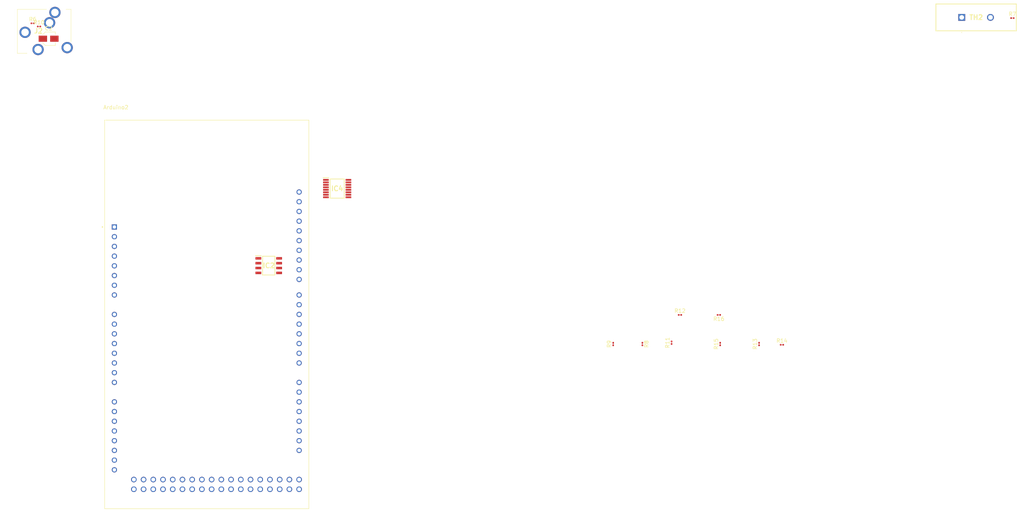
<source format=kicad_pcb>
(kicad_pcb (version 20221018) (generator pcbnew)
  (layers (0 "F.Cu" signal) (31 "B.Cu" signal) (34 "B.Paste" user) (35 "F.Paste" user) (36 "B.SilkS" user "B.Silkscreen") (37 "F.SilkS" user "F.Silkscreen") (38 "B.Mask" user) (39 "F.Mask" user) (44 "Edge.Cuts" user))
  (net 0 "")
  (net 1 "0")
  (net 2 "Net-(IC2-+IN_A)")
  (net 3 "Net-(IC4-S4)")
  (net 4 "Net-(IC4-S7)")
  (net 5 "Net-(IC4-S2)")
  (net 12 "Net-(Arduino2-+5V_1)")
  (net 13 "Net-(IC2-OUT_A)")
  (net 16 "Net-(Arduino2-ADC0)")
  (net 17 "Net-(Arduino2-ADC1)")
  (net 18 "Net-(Arduino2-ADC2)")
  (net 70 "Net-(Arduino2-D19{slash}RX1)")
  (net 71 "Net-(Arduino2-D18{slash}TX1)")
  (net 78 "Net-(Arduino2-D2)")
  (net 81 "Net-(Arduino2-D8)")
  (net 91 "Net-(C2-Pad2)")
  (footprint "Resistor_SMD:R_0201_0603Metric" (layer "F.Cu") (at 175.26 106.68 90)
    (fp_text reference "R9" (at 0 -1.05 90) (layer "F.SilkS"))
    (fp_text value "270kohm")
    (pad "1" smd roundrect locked (at -0.32 0 90) (size 0.46 0.4) (layers "F.Cu" "F.Mask") (net 1 "0"))
    (pad "2" smd roundrect locked (at 0.32 0 90) (size 0.46 0.4) (layers "F.Cu" "F.Mask") (net 2 "Net-(IC2-+IN_A)"))
  )
  (footprint "Resistor_SMD:R_0201_0603Metric" (layer "F.Cu") (at 219.33 106.875)
    (fp_text reference "R14" (at 0 -1.05) (layer "F.SilkS"))
    (fp_text value "910Kohm")
    (pad "1" smd roundrect locked (at -0.32 0) (size 0.46 0.4) (layers "F.Cu" "F.Mask") (net 3 "Net-(IC4-S4)"))
    (pad "2" smd roundrect locked (at 0.32 0) (size 0.46 0.4) (layers "F.Cu" "F.Mask"))
  )
  (footprint "Resistor_SMD:R_0201_0603Metric" (layer "F.Cu") (at 25.27 23.65)
    (fp_text reference "R10" (at 0 -1.05) (layer "F.SilkS"))
    (fp_text value "10kohm")
    (pad "1" smd roundrect (at -0.32 0) (size 0.46 0.4) (layers "F.Cu" "F.Mask") (net 91 "Net-(C2-Pad2)"))
    (pad "2" smd roundrect (at 0.32 0) (size 0.46 0.4) (layers "F.Cu" "F.Mask") (net 13 "Net-(IC2-OUT_A)"))
  )
  (footprint "Resistor_SMD:R_0201_0603Metric" (layer "F.Cu") (at 203.2 106.68 90)
    (fp_text reference "R15" (at 0 -1.05 90) (layer "F.SilkS"))
    (fp_text value "300kohm")
    (pad "1" smd roundrect locked (at -0.32 0 90) (size 0.46 0.4) (layers "F.Cu" "F.Mask") (net 1 "0"))
    (pad "2" smd roundrect locked (at 0.32 0 90) (size 0.46 0.4) (layers "F.Cu" "F.Mask") (net 4 "Net-(IC4-S7)"))
  )
  (footprint "Tmux4051:SOP65P640X120-16N" (layer "F.Cu") (at 103.15 66.03)
    (fp_text reference "IC4" (at 0 0) (layer "F.SilkS") (effects (font (size 1.27 1.27) (thickness 0.254))))
    (fp_text value "TMUX4051PWR" hide)
    (fp_line (start -3.675 -2.85) (end -2.2 -2.85) (stroke (width 0.2)) (layer "F.SilkS"))
    (fp_line (start -1.85 -2.5) (end 1.85 -2.5) (stroke (width 0.2)) (layer "F.SilkS"))
    (fp_line (start -1.85 2.5) (end -1.85 -2.5) (stroke (width 0.2)) (layer "F.SilkS"))
    (fp_line (start 1.85 -2.5) (end 1.85 2.5) (stroke (width 0.2)) (layer "F.SilkS"))
    (fp_line (start 1.85 2.5) (end -1.85 2.5) (stroke (width 0.2)) (layer "F.SilkS"))
    (pad "1" smd rect (at -2.938 -2.275 90) (size 0.45 1.475) (layers "F.Cu" "F.Paste" "F.Mask") (net 3 "Net-(IC4-S4)"))
    (pad "2" smd rect (at -2.938 -1.625 90) (size 0.45 1.475) (layers "F.Cu" "F.Paste" "F.Mask"))
    (pad "3" smd rect (at -2.938 -0.975 90) (size 0.45 1.475) (layers "F.Cu" "F.Paste" "F.Mask") (net 1 "0"))
    (pad "4" smd rect (at -2.938 -0.325 90) (size 0.45 1.475) (layers "F.Cu" "F.Paste" "F.Mask") (net 4 "Net-(IC4-S7)"))
    (pad "5" smd rect (at -2.938 0.325 90) (size 0.45 1.475) (layers "F.Cu" "F.Paste" "F.Mask"))
    (pad "6" smd rect (at -2.938 0.975 90) (size 0.45 1.475) (layers "F.Cu" "F.Paste" "F.Mask") (net 78 "Net-(Arduino2-D2)"))
    (pad "7" smd rect (at -2.938 1.625 90) (size 0.45 1.475) (layers "F.Cu" "F.Paste" "F.Mask"))
    (pad "8" smd rect (at -2.938 2.275 90) (size 0.45 1.475) (layers "F.Cu" "F.Paste" "F.Mask") (net 13 "Net-(IC2-OUT_A)"))
    (pad "9" smd rect (at 2.938 2.275 90) (size 0.45 1.475) (layers "F.Cu" "F.Paste" "F.Mask") (net 81 "Net-(Arduino2-D8)"))
    (pad "10" smd rect (at 2.938 1.625 90) (size 0.45 1.475) (layers "F.Cu" "F.Paste" "F.Mask") (net 71 "Net-(Arduino2-D18{slash}TX1)"))
    (pad "11" smd rect (at 2.938 0.975 90) (size 0.45 1.475) (layers "F.Cu" "F.Paste" "F.Mask") (net 70 "Net-(Arduino2-D19{slash}RX1)"))
    (pad "12" smd rect (at 2.938 0.325 90) (size 0.45 1.475) (layers "F.Cu" "F.Paste" "F.Mask"))
    (pad "13" smd rect (at 2.938 -0.325 90) (size 0.45 1.475) (layers "F.Cu" "F.Paste" "F.Mask"))
    (pad "14" smd rect (at 2.938 -0.975 90) (size 0.45 1.475) (layers "F.Cu" "F.Paste" "F.Mask"))
    (pad "15" smd rect (at 2.938 -1.625 90) (size 0.45 1.475) (layers "F.Cu" "F.Paste" "F.Mask") (net 5 "Net-(IC4-S2)"))
    (pad "16" smd rect (at 2.938 -2.275 90) (size 0.45 1.475) (layers "F.Cu" "F.Paste" "F.Mask") (net 13 "Net-(IC2-OUT_A)"))
  )
  (footprint "JACK:35RAPC4BH3" (layer "F.Cu") (at 21.625 25.175)
    (fp_text reference "J2" (at 3.489 -0.35) (layer "F.SilkS") (effects (font (size 1.27 1.27) (thickness 0.254))))
    (fp_text value "35RAPC4BH3" hide)
    (fp_line (start -2 -6) (end -2 5.5) (stroke (width 0.1)) (layer "F.SilkS"))
    (fp_line (start -2 5.5) (end 0.54 5.5) (stroke (width 0.1)) (layer "F.SilkS"))
    (fp_line (start 5.62 -6) (end -2 -6) (stroke (width 0.1)) (layer "F.SilkS"))
    (fp_line (start 12 -6) (end 10.7 -6) (stroke (width 0.1)) (layer "F.SilkS"))
    (fp_line (start 12 2.5) (end 12 -6) (stroke (width 0.1)) (layer "F.SilkS"))
    (pad "1" thru_hole circle (at 0 0) (size 2.955 2.955) (drill 1.9698) (layers "*.Cu" "*.Mask") (net 17 "Net-(Arduino2-ADC1)"))
    (pad "2" thru_hole circle (at 7.8 -5.2) (size 2.955 2.955) (drill 1.9698) (layers "*.Cu" "*.Mask") (net 13 "Net-(IC2-OUT_A)"))
    (pad "3" thru_hole circle (at 6.4 -2.5) (size 2.955 2.955) (drill 1.9698) (layers "*.Cu" "*.Mask"))
    (pad "4" thru_hole circle (at 11 4) (size 2.955 2.955) (drill 1.9698) (layers "*.Cu" "*.Mask"))
    (pad "5" thru_hole circle (at 3.4 4.5) (size 2.955 2.955) (drill 1.9698) (layers "*.Cu" "*.Mask") (net 91 "Net-(C2-Pad2)"))
  )
  (footprint "OPA182:SOIC127P600X175-8N" (layer "F.Cu") (at 85.275 86.175)
    (fp_text reference "IC2" (at 0 0) (layer "F.SilkS") (effects (font (size 1.27 1.27) (thickness 0.254))))
    (fp_text value "OPA182IDR" hide)
    (fp_line (start -3.475 -2.58) (end -1.948 -2.58) (stroke (width 0.2)) (layer "F.SilkS"))
    (fp_line (start -1.598 -2.452) (end 1.598 -2.452) (stroke (width 0.2)) (layer "F.SilkS"))
    (fp_line (start -1.598 2.452) (end -1.598 -2.452) (stroke (width 0.2)) (layer "F.SilkS"))
    (fp_line (start 1.598 -2.452) (end 1.598 2.452) (stroke (width 0.2)) (layer "F.SilkS"))
    (fp_line (start 1.598 2.452) (end -1.598 2.452) (stroke (width 0.2)) (layer "F.SilkS"))
    (pad "1" smd rect (at -2.711 -1.905 90) (size 0.65 1.528) (layers "F.Cu" "F.Paste" "F.Mask") (net 13 "Net-(IC2-OUT_A)"))
    (pad "2" smd rect (at -2.711 -0.635 90) (size 0.65 1.528) (layers "F.Cu" "F.Paste" "F.Mask") (net 18 "Net-(Arduino2-ADC2)"))
    (pad "3" smd rect (at -2.711 0.635 90) (size 0.65 1.528) (layers "F.Cu" "F.Paste" "F.Mask") (net 2 "Net-(IC2-+IN_A)"))
    (pad "4" smd rect (at -2.711 1.905 90) (size 0.65 1.528) (layers "F.Cu" "F.Paste" "F.Mask"))
    (pad "5" smd rect (at 2.711 1.905 90) (size 0.65 1.528) (layers "F.Cu" "F.Paste" "F.Mask"))
    (pad "6" smd rect (at 2.711 0.635 90) (size 0.65 1.528) (layers "F.Cu" "F.Paste" "F.Mask") (net 18 "Net-(Arduino2-ADC2)"))
    (pad "7" smd rect (at 2.711 -0.635 90) (size 0.65 1.528) (layers "F.Cu" "F.Paste" "F.Mask"))
    (pad "8" smd rect (at 2.711 -1.905 90) (size 0.65 1.528) (layers "F.Cu" "F.Paste" "F.Mask") (net 12 "Net-(Arduino2-+5V_1)"))
  )
  (footprint "Resistor_SMD:R_0201_0603Metric" (layer "F.Cu") (at 279.53 21.45)
    (fp_text reference "R7" (at 0 -1.05) (layer "F.SilkS"))
    (fp_text value "10kohm")
    (pad "1" smd roundrect (at -0.32 0) (size 0.46 0.4) (layers "F.Cu" "F.Mask") (net 16 "Net-(Arduino2-ADC0)"))
    (pad "2" smd roundrect (at 0.32 0) (size 0.46 0.4) (layers "F.Cu" "F.Mask") (net 13 "Net-(IC2-OUT_A)"))
  )
  (footprint "Resistor_SMD:R_0201_0603Metric" (layer "F.Cu") (at 202.855 99.06 180)
    (fp_text reference "R16" (at 0 -1.05) (layer "F.SilkS"))
    (fp_text value "910 kohms")
    (pad "1" smd roundrect locked (at -0.32 0 180) (size 0.46 0.4) (layers "F.Cu" "F.Mask") (net 4 "Net-(IC4-S7)"))
    (pad "2" smd roundrect locked (at 0.32 0 180) (size 0.46 0.4) (layers "F.Cu" "F.Mask"))
  )
  (footprint "Resistor_SMD:R_0201_0603Metric" (layer "F.Cu") (at 190.5 106.335 90)
    (fp_text reference "R11" (at 0 -1.05 90) (layer "F.SilkS"))
    (fp_text value "910Kohm")
    (pad "1" smd roundrect locked (at -0.32 0 90) (size 0.46 0.4) (layers "F.Cu" "F.Mask") (net 1 "0"))
    (pad "2" smd roundrect locked (at 0.32 0 90) (size 0.46 0.4) (layers "F.Cu" "F.Mask") (net 5 "Net-(IC4-S2)"))
  )
  (footprint "Resistor_SMD:R_0201_0603Metric" (layer "F.Cu") (at 182.88 106.68 -90)
    (fp_text reference "R8" (at 0 -1.05 90) (layer "F.SilkS"))
    (fp_text value "910kohm")
    (pad "1" smd roundrect locked (at -0.32 0 270) (size 0.46 0.4) (layers "F.Cu" "F.Mask") (net 2 "Net-(IC2-+IN_A)"))
    (pad "2" smd roundrect locked (at 0.32 0 270) (size 0.46 0.4) (layers "F.Cu" "F.Mask") (net 1 "0"))
  )
  (footprint "thermistor ntc:B57364S0300M000" (layer "F.Cu") (at 266.3 21.275)
    (fp_text reference "TH2" (at 3.75 0) (layer "F.SilkS") (effects (font (size 1.27 1.27) (thickness 0.254))))
    (fp_text value "Thermistor_NTC" hide)
    (fp_line (start -6.75 -3.5) (end -6.75 3.5) (stroke (width 0.2)) (layer "F.SilkS"))
    (fp_line (start -6.75 3.5) (end 14.25 3.5) (stroke (width 0.2)) (layer "F.SilkS"))
    (fp_line (start 0 3.9) (end 0 3.9) (stroke (width 0.1)) (layer "F.SilkS"))
    (fp_line (start 0 4) (end 0 4) (stroke (width 0.1)) (layer "F.SilkS"))
    (fp_line (start 14.25 -3.5) (end -6.75 -3.5) (stroke (width 0.2)) (layer "F.SilkS"))
    (fp_line (start 14.25 3.5) (end 14.25 -3.5) (stroke (width 0.2)) (layer "F.SilkS"))
    (fp_arc (start 0 3.9) (mid 0.05 3.95) (end 0 4) (stroke (width 0.1)) (layer "F.SilkS"))
    (fp_arc (start 0 4) (mid -0.05 3.95) (end 0 3.9) (stroke (width 0.1)) (layer "F.SilkS"))
    (pad "1" thru_hole rect (at 0 0) (size 1.8 1.8) (drill 1.2) (layers "*.Cu" "*.Mask") (net 16 "Net-(Arduino2-ADC0)"))
    (pad "2" thru_hole circle (at 7.5 0) (size 1.8 1.8) (drill 1.2) (layers "*.Cu" "*.Mask") (net 12 "Net-(Arduino2-+5V_1)"))
  )
  (footprint "Resistor_SMD:R_0201_0603Metric" (layer "F.Cu") (at 192.695 99.06)
    (fp_text reference "R12" (at 0 -1.05) (layer "F.SilkS"))
    (fp_text value "910Kohm")
    (pad "1" smd roundrect locked (at -0.32 0) (size 0.46 0.4) (layers "F.Cu" "F.Mask") (net 5 "Net-(IC4-S2)"))
    (pad "2" smd roundrect locked (at 0.32 0) (size 0.46 0.4) (layers "F.Cu" "F.Mask"))
  )
  (footprint "Resistor_SMD:R_0201_0603Metric" (layer "F.Cu") (at 213.36 106.68 90)
    (fp_text reference "R13" (at 0 -1.05 90) (layer "F.SilkS"))
    (fp_text value "450kohm")
    (pad "1" smd roundrect locked (at -0.32 0 90) (size 0.46 0.4) (layers "F.Cu" "F.Mask") (net 1 "0"))
    (pad "2" smd roundrect locked (at 0.32 0 90) (size 0.46 0.4) (layers "F.Cu" "F.Mask") (net 3 "Net-(IC4-S4)"))
  )
  (footprint "A000062 (2):MODULE_A000062" (layer "F.Cu") (at 69.085 98.935)
    (fp_text reference "Arduino2" (at -23.745 -54.135) (layer "F.SilkS"))
    (fp_text value "DUE")
    (fp_line (start -26.67 -50.8) (end 26.67 -50.8) (stroke (width 0.127)) (layer "F.SilkS"))
    (fp_line (start -26.67 50.8) (end -26.67 -50.8) (stroke (width 0.127)) (layer "F.SilkS"))
    (fp_line (start 26.67 -50.8) (end 26.67 50.8) (stroke (width 0.127)) (layer "F.SilkS"))
    (fp_line (start 26.67 50.8) (end -26.67 50.8) (stroke (width 0.127)) (layer "F.SilkS"))
    (fp_circle (center -27.25 -22.86) (end -27.15 -22.86) (stroke (width 0.2)) (fill none) (layer "F.SilkS"))
    (pad "" np_thru_hole circle (at -24.13 -36.83) (size 3.2 3.2) (drill 3.2) (layers "*.Cu" "*.Mask"))
    (pad "" np_thru_hole circle (at -24.13 45.72) (size 3.2 3.2) (drill 3.2) (layers "*.Cu" "*.Mask"))
    (pad "" np_thru_hole circle (at -19.05 15.24) (size 3.2 3.2) (drill 3.2) (layers "*.Cu" "*.Mask"))
    (pad "" np_thru_hole circle (at 8.89 15.24) (size 3.2 3.2) (drill 3.2) (layers "*.Cu" "*.Mask"))
    (pad "" np_thru_hole circle (at 24.13 -35.56) (size 3.2 3.2) (drill 3.2) (layers "*.Cu" "*.Mask"))
    (pad "" np_thru_hole circle (at 24.13 39.37) (size 3.2 3.2) (drill 3.2) (layers "*.Cu" "*.Mask"))
    (pad "0" thru_hole circle (at 24.13 12.7) (size 1.358 1.358) (drill 0.85) (layers "*.Cu" "*.Mask"))
    (pad "1" thru_hole circle (at 24.13 10.16) (size 1.358 1.358) (drill 0.85) (layers "*.Cu" "*.Mask"))
    (pad "2" thru_hole circle (at 24.13 7.62) (size 1.358 1.358) (drill 0.85) (layers "*.Cu" "*.Mask") (net 78 "Net-(Arduino2-D2)"))
    (pad "3" thru_hole circle (at 24.13 5.08) (size 1.358 1.358) (drill 0.85) (layers "*.Cu" "*.Mask") (net 1 "0"))
    (pad "3V3" thru_hole circle (at -24.13 -15.24) (size 1.358 1.358) (drill 0.85) (layers "*.Cu" "*.Mask"))
    (pad "4" thru_hole circle (at 24.13 2.54) (size 1.358 1.358) (drill 0.85) (layers "*.Cu" "*.Mask") (net 70 "Net-(Arduino2-D19{slash}RX1)"))
    (pad "5" thru_hole circle (at 24.13 0) (size 1.358 1.358) (drill 0.85) (layers "*.Cu" "*.Mask"))
    (pad "5V_1" thru_hole circle (at -24.13 -12.7) (size 1.358 1.358) (drill 0.85) (layers "*.Cu" "*.Mask") (net 12 "Net-(Arduino2-+5V_1)"))
    (pad "5V_2" thru_hole circle (at 24.13 43.18) (size 1.458 1.458) (drill 0.95) (layers "*.Cu" "*.Mask"))
    (pad "5V_3" thru_hole circle (at 24.13 45.72) (size 1.458 1.458) (drill 0.95) (layers "*.Cu" "*.Mask"))
    (pad "6" thru_hole circle (at 24.13 -2.54) (size 1.358 1.358) (drill 0.85) (layers "*.Cu" "*.Mask"))
    (pad "7" thru_hole circle (at 24.13 -5.08) (size 1.358 1.358) (drill 0.85) (layers "*.Cu" "*.Mask") (net 71 "Net-(Arduino2-D18{slash}TX1)"))
    (pad "8" thru_hole circle (at 24.13 -9.144) (size 1.358 1.358) (drill 0.85) (layers "*.Cu" "*.Mask") (net 81 "Net-(Arduino2-D8)"))
    (pad "9" thru_hole circle (at 24.13 -11.684) (size 1.358 1.358) (drill 0.85) (layers "*.Cu" "*.Mask"))
    (pad "10" thru_hole circle (at 24.13 -14.224) (size 1.358 1.358) (drill 0.85) (layers "*.Cu" "*.Mask"))
    (pad "11" thru_hole circle (at 24.13 -16.764) (size 1.358 1.358) (drill 0.85) (layers "*.Cu" "*.Mask"))
    (pad "12" thru_hole circle (at 24.13 -19.304) (size 1.358 1.358) (drill 0.85) (layers "*.Cu" "*.Mask"))
    (pad "13" thru_hole circle (at 24.13 -21.844) (size 1.358 1.358) (drill 0.85) (layers "*.Cu" "*.Mask"))
    (pad "14" thru_hole circle (at 24.13 17.78) (size 1.358 1.358) (drill 0.85) (layers "*.Cu" "*.Mask"))
    (pad "15" thru_hole circle (at 24.13 20.32) (size 1.358 1.358) (drill 0.85) (layers "*.Cu" "*.Mask"))
    (pad "16" thru_hole circle (at 24.13 22.86) (size 1.358 1.358) (drill 0.85) (layers "*.Cu" "*.Mask"))
    (pad "17" thru_hole circle (at 24.13 25.4) (size 1.358 1.358) (drill 0.85) (layers "*.Cu" "*.Mask"))
    (pad "18" thru_hole circle (at 24.13 27.94) (size 1.358 1.358) (drill 0.85) (layers "*.Cu" "*.Mask") (net 71 "Net-(Arduino2-D18{slash}TX1)"))
    (pad "19" thru_hole circle (at 24.13 30.48) (size 1.358 1.358) (drill 0.85) (layers "*.Cu" "*.Mask") (net 70 "Net-(Arduino2-D19{slash}RX1)"))
    (pad "20" thru_hole circle (at 24.13 33.02) (size 1.358 1.358) (drill 0.85) (layers "*.Cu" "*.Mask"))
    (pad "21" thru_hole circle (at 24.13 35.56) (size 1.358 1.358) (drill 0.85) (layers "*.Cu" "*.Mask"))
    (pad "22" thru_hole circle (at 21.59 43.18) (size 1.458 1.458) (drill 0.95) (layers "*.Cu" "*.Mask"))
    (pad "23" thru_hole circle (at 21.59 45.72) (size 1.458 1.458) (drill 0.95) (layers "*.Cu" "*.Mask"))
    (pad "24" thru_hole circle (at 19.05 43.18) (size 1.458 1.458) (drill 0.95) (layers "*.Cu" "*.Mask"))
    (pad "25" thru_hole circle (at 19.05 45.72) (size 1.458 1.458) (drill 0.95) (layers "*.Cu" "*.Mask"))
    (pad "26" thru_hole circle (at 16.51 43.18) (size 1.458 1.458) (drill 0.95) (layers "*.Cu" "*.Mask"))
    (pad "27" thru_hole circle (at 16.51 45.72) (size 1.458 1.458) (drill 0.95) (layers "*.Cu" "*.Mask"))
    (pad "28" thru_hole circle (at 13.97 43.18) (size 1.458 1.458) (drill 0.95) (layers "*.Cu" "*.Mask"))
    (pad "29" thru_hole circle (at 13.97 45.72) (size 1.458 1.458) (drill 0.95) (layers "*.Cu" "*.Mask"))
    (pad "30" thru_hole circle (at 11.43 43.18) (size 1.458 1.458) (drill 0.95) (layers "*.Cu" "*.Mask"))
    (pad "31" thru_hole circle (at 11.43 45.72) (size 1.458 1.458) (drill 0.95) (layers "*.Cu" "*.Mask"))
    (pad "32" thru_hole circle (at 8.89 43.18) (size 1.458 1.458) (drill 0.95) (layers "*.Cu" "*.Mask"))
    (pad "33" thru_hole circle (at 8.89 45.72) (size 1.458 1.458) (drill 0.95) (layers "*.Cu" "*.Mask"))
    (pad "34" thru_hole circle (at 6.35 43.18) (size 1.458 1.458) (drill 0.95) (layers "*.Cu" "*.Mask"))
    (pad "35" thru_hole circle (at 6.35 45.72) (size 1.458 1.458) (drill 0.95) (layers "*.Cu" "*.Mask"))
    (pad "36" thru_hole circle (at 3.81 43.18) (size 1.458 1.458) (drill 0.95) (layers "*.Cu" "*.Mask"))
    (pad "37" thru_hole circle (at 3.81 45.72) (size 1.458 1.458) (drill 0.95) (layers "*.Cu" "*.Mask"))
    (pad "38" thru_hole circle (at 1.27 43.18) (size 1.458 1.458) (drill 0.95) (layers "*.Cu" "*.Mask"))
    (pad "39" thru_hole circle (at 1.27 45.72) (size 1.458 1.458) (drill 0.95) (layers "*.Cu" "*.Mask"))
    (pad "40" thru_hole circle (at -1.27 43.18) (size 1.458 1.458) (drill 0.95) (layers "*.Cu" "*.Mask"))
    (pad "41" thru_hole circle (at -1.27 45.72) (size 1.458 1.458) (drill 0.95) (layers "*.Cu" "*.Mask"))
    (pad "42" thru_hole circle (at -3.81 43.18) (size 1.458 1.458) (drill 0.95) (layers "*.Cu" "*.Mask"))
    (pad "43" thru_hole circle (at -3.81 45.72) (size 1.458 1.458) (drill 0.95) (layers "*.Cu" "*.Mask"))
    (pad "44" thru_hole circle (at -6.35 43.18) (size 1.458 1.458) (drill 0.95) (layers "*.Cu" "*.Mask"))
    (pad "45" thru_hole circle (at -6.35 45.72) (size 1.458 1.458) (drill 0.95) (layers "*.Cu" "*.Mask"))
    (pad "46" thru_hole circle (at -8.89 43.18) (size 1.458 1.458) (drill 0.95) (layers "*.Cu" "*.Mask"))
    (pad "47" thru_hole circle (at -8.89 45.72) (size 1.458 1.458) (drill 0.95) (layers "*.Cu" "*.Mask"))
    (pad "48" thru_hole circle (at -11.43 43.18) (size 1.458 1.458) (drill 0.95) (layers "*.Cu" "*.Mask"))
    (pad "49" thru_hole circle (at -11.43 45.72) (size 1.458 1.458) (drill 0.95) (layers "*.Cu" "*.Mask"))
    (pad "50" thru_hole circle (at -13.97 43.18) (size 1.458 1.458) (drill 0.95) (layers "*.Cu" "*.Mask"))
    (pad "51" thru_hole circle (at -13.97 45.72) (size 1.458 1.458) (drill 0.95) (layers "*.Cu" "*.Mask"))
    (pad "52" thru_hole circle (at -16.51 43.18) (size 1.458 1.458) (drill 0.95) (layers "*.Cu" "*.Mask"))
    (pad "53" thru_hole circle (at -16.51 45.72) (size 1.458 1.458) (drill 0.95) (layers "*.Cu" "*.Mask"))
    (pad "AD0" thru_hole circle (at -24.13 0) (size 1.358 1.358) (drill 0.85) (layers "*.Cu" "*.Mask") (net 16 "Net-(Arduino2-ADC0)"))
    (pad "AD1" thru_hole circle (at -24.13 2.54) (size 1.358 1.358) (drill 0.85) (layers "*.Cu" "*.Mask") (net 17 "Net-(Arduino2-ADC1)"))
    (pad "AD2" thru_hole circle (at -24.13 5.08) (size 1.358 1.358) (drill 0.85) (layers "*.Cu" "*.Mask") (net 18 "Net-(Arduino2-ADC2)"))
    (pad "AD3" thru_hole circle (at -24.13 7.62) (size 1.358 1.358) (drill 0.85) (layers "*.Cu" "*.Mask"))
    (pad "AD4" thru_hole circle (at -24.13 10.16) (size 1.358 1.358) (drill 0.85) (layers "*.Cu" "*.Mask"))
    (pad "AD5" thru_hole circle (at -24.13 12.7) (size 1.358 1.358) (drill 0.85) (layers "*.Cu" "*.Mask"))
    (pad "AD6" thru_hole circle (at -24.13 15.24) (size 1.358 1.358) (drill 0.85) (layers "*.Cu" "*.Mask"))
    (pad "AD7" thru_hole circle (at -24.13 17.78) (size 1.358 1.358) (drill 0.85) (layers "*.Cu" "*.Mask"))
    (pad "AD8" thru_hole circle (at -24.13 22.86) (size 1.358 1.358) (drill 0.85) (layers "*.Cu" "*.Mask"))
    (pad "AD9" thru_hole circle (at -24.13 25.4) (size 1.358 1.358) (drill 0.85) (layers "*.Cu" "*.Mask"))
    (pad "AD10" thru_hole circle (at -24.13 27.94) (size 1.358 1.358) (drill 0.85) (layers "*.Cu" "*.Mask"))
    (pad "AD11" thru_hole circle (at -24.13 30.48) (size 1.358 1.358) (drill 0.85) (layers "*.Cu" "*.Mask"))
    (pad "AREF" thru_hole circle (at 24.13 -26.924) (size 1.358 1.358) (drill 0.85) (layers "*.Cu" "*.Mask"))
    (pad "CANRX0" thru_hole circle (at -24.13 38.1) (size 1.358 1.358) (drill 0.85) (layers "*.Cu" "*.Mask"))
    (pad "CANTX0" thru_hole circle (at -24.13 40.64) (size 1.358 1.358) (drill 0.85) (layers "*.Cu" "*.Mask"))
    (pad "DAC0" thru_hole circle (at -24.13 33.02) (size 1.358 1.358) (drill 0.85) (layers "*.Cu" "*.Mask"))
    (pad "DAC1" thru_hole circle (at -24.13 35.56) (size 1.358 1.358) (drill 0.85) (layers "*.Cu" "*.Mask"))
    (pad "GND1" thru_hole circle (at -24.13 -10.16) (size 1.358 1.358) (drill 0.85) (layers "*.Cu" "*.Mask") (net 13 "Net-(IC2-OUT_A)"))
    (pad "GND2" thru_hole circle (at -24.13 -7.62) (size 1.358 1.358) (drill 0.85) (layers "*.Cu" "*.Mask"))
    (pad "GND3" thru_hole circle (at 24.13 -24.384) (size 1.358 1.358) (drill 0.85) (layers "*.Cu" "*.Mask"))
    (pad "GND4" thru_hole circle (at -19.05 43.18) (size 1.458 1.458) (drill 0.95) (layers "*.Cu" "*.Mask"))
    (pad "GND5" thru_hole circle (at -19.05 45.72) (size 1.458 1.458) (drill 0.95) (layers "*.Cu" "*.Mask"))
    (pad "IOREF" thru_hole circle (at -24.13 -20.32) (size 1.358 1.358) (drill 0.85) (layers "*.Cu" "*.Mask"))
    (pad "NC" thru_hole rect (at -24.13 -22.86) (size 1.358 1.358) (drill 0.85) (layers "*.Cu" "*.Mask"))
    (pad "RESET" thru_hole circle (at -24.13 -17.78) (size 1.358 1.358) (drill 0.85) (layers "*.Cu" "*.Mask"))
    (pad "SCL" thru_hole circle (at 24.13 -32.004) (size 1.358 1.358) (drill 0.85) (layers "*.Cu" "*.Mask"))
    (pad "SDA" thru_hole circle (at 24.13 -29.464) (size 1.358 1.358) (drill 0.85) (layers "*.Cu" "*.Mask"))
    (pad "VIN" thru_hole circle (at -24.13 -5.08) (size 1.358 1.358) (drill 0.85) (layers "*.Cu" "*.Mask"))
  )
  (footprint "Capacitor_SMD:CP_Elec_3x5.3" (layer "F.Cu") (at 27.775 26.85)
    (fp_text reference "C2" (at 0 -2.7) (layer "F.SilkS"))
    (fp_text value "100 uF")
    (fp_line (start -2.375 -1.435) (end -2 -1.435) (stroke (width 0.12)) (layer "F.SilkS"))
    (fp_line (start -2.1875 -1.6225) (end -2.1875 -1.2475) (stroke (width 0.12)) (layer "F.SilkS"))
    (fp_line (start -1.570563 -1.06) (end -0.870563 -1.76) (stroke (width 0.12)) (layer "F.SilkS"))
    (fp_line (start -1.570563 1.06) (end -0.870563 1.76) (stroke (width 0.12)) (layer "F.SilkS"))
    (fp_line (start -0.870563 -1.76) (end 1.76 -1.76) (stroke (width 0.12)) (layer "F.SilkS"))
    (fp_line (start -0.870563 1.76) (end 1.76 1.76) (stroke (width 0.12)) (layer "F.SilkS"))
    (fp_line (start 1.76 -1.76) (end 1.76 -1.06) (stroke (width 0.12)) (layer "F.SilkS"))
    (fp_line (start 1.76 1.76) (end 1.76 1.06) (stroke (width 0.12)) (layer "F.SilkS"))
    (pad "1" smd rect (at -1.5 0) (size 2.2 1.6) (layers "F.Cu" "F.Paste" "F.Mask") (net 13 "Net-(IC2-OUT_A)"))
    (pad "2" smd rect (at 1.5 0) (size 2.2 1.6) (layers "F.Cu" "F.Paste" "F.Mask") (net 91 "Net-(C2-Pad2)"))
  )
  (footprint "Resistor_SMD:R_0201_0603Metric" (layer "F.Cu") (at 23.62 22.825)
    (fp_text reference "R6" (at 0 -1.05) (layer "F.SilkS"))
    (fp_text value "10kohm")
    (pad "1" smd roundrect (at -0.32 0) (size 0.46 0.4) (layers "F.Cu" "F.Mask") (net 91 "Net-(C2-Pad2)"))
    (pad "2" smd roundrect (at 0.32 0) (size 0.46 0.4) (layers "F.Cu" "F.Mask") (net 12 "Net-(Arduino2-+5V_1)"))
  )
)
</source>
